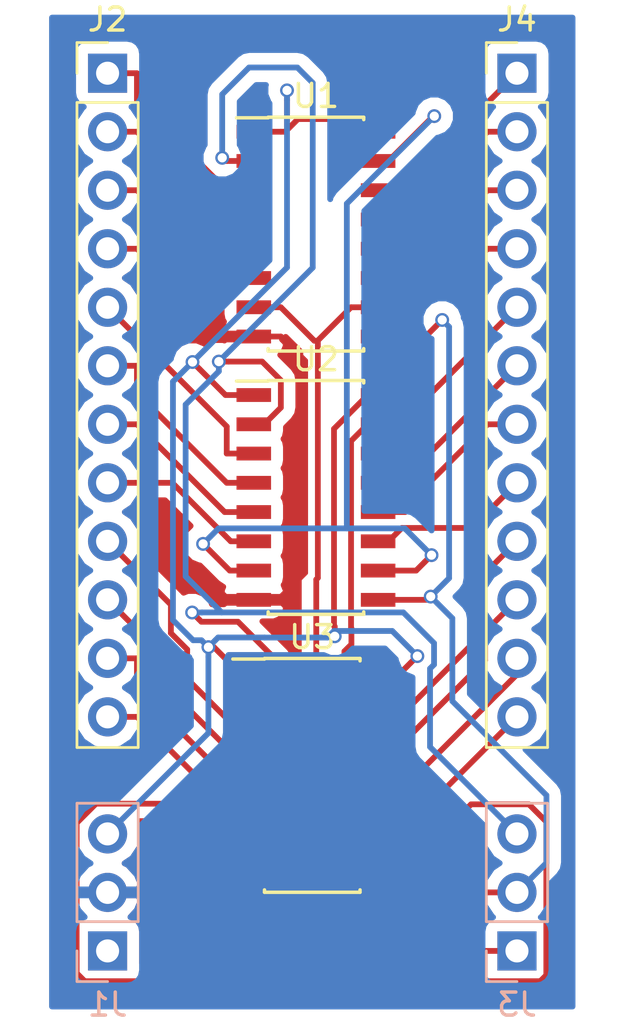
<source format=kicad_pcb>
(kicad_pcb (version 4) (host pcbnew 4.0.7)

  (general
    (links 45)
    (no_connects 0)
    (area 137.392381 85.495 164.86762 130.505)
    (thickness 1.6)
    (drawings 0)
    (tracks 270)
    (zones 0)
    (modules 7)
    (nets 34)
  )

  (page A4)
  (layers
    (0 F.Cu signal)
    (31 B.Cu signal)
    (32 B.Adhes user)
    (33 F.Adhes user)
    (34 B.Paste user)
    (35 F.Paste user)
    (36 B.SilkS user)
    (37 F.SilkS user)
    (38 B.Mask user)
    (39 F.Mask user)
    (40 Dwgs.User user)
    (41 Cmts.User user)
    (42 Eco1.User user)
    (43 Eco2.User user)
    (44 Edge.Cuts user)
    (45 Margin user)
    (46 B.CrtYd user)
    (47 F.CrtYd user)
    (48 B.Fab user)
    (49 F.Fab user)
  )

  (setup
    (last_trace_width 0.25)
    (trace_clearance 0.3)
    (zone_clearance 0.508)
    (zone_45_only no)
    (trace_min 0.2)
    (segment_width 0.2)
    (edge_width 0.1)
    (via_size 0.6)
    (via_drill 0.4)
    (via_min_size 0.4)
    (via_min_drill 0.3)
    (uvia_size 0.3)
    (uvia_drill 0.1)
    (uvias_allowed no)
    (uvia_min_size 0.2)
    (uvia_min_drill 0.1)
    (pcb_text_width 0.3)
    (pcb_text_size 1.5 1.5)
    (mod_edge_width 0.15)
    (mod_text_size 1 1)
    (mod_text_width 0.15)
    (pad_size 1.5 1.5)
    (pad_drill 0.6)
    (pad_to_mask_clearance 0)
    (aux_axis_origin 0 0)
    (visible_elements FFFFFF7F)
    (pcbplotparams
      (layerselection 0x00000_80000001)
      (usegerberextensions false)
      (excludeedgelayer true)
      (linewidth 0.100000)
      (plotframeref false)
      (viasonmask false)
      (mode 1)
      (useauxorigin false)
      (hpglpennumber 1)
      (hpglpenspeed 20)
      (hpglpendiameter 15)
      (hpglpenoverlay 2)
      (psnegative false)
      (psa4output false)
      (plotreference true)
      (plotvalue true)
      (plotinvisibletext false)
      (padsonsilk false)
      (subtractmaskfromsilk false)
      (outputformat 4)
      (mirror true)
      (drillshape 1)
      (scaleselection 1)
      (outputdirectory ""))
  )

  (net 0 "")
  (net 1 "Net-(J1-Pad1)")
  (net 2 GND)
  (net 3 VCC)
  (net 4 "Net-(J2-Pad1)")
  (net 5 "Net-(J2-Pad2)")
  (net 6 "Net-(J2-Pad3)")
  (net 7 "Net-(J2-Pad4)")
  (net 8 "Net-(J2-Pad5)")
  (net 9 "Net-(J2-Pad6)")
  (net 10 "Net-(J2-Pad7)")
  (net 11 "Net-(J2-Pad8)")
  (net 12 "Net-(J2-Pad9)")
  (net 13 "Net-(J2-Pad10)")
  (net 14 "Net-(J2-Pad11)")
  (net 15 "Net-(J2-Pad12)")
  (net 16 /Count)
  (net 17 /PE)
  (net 18 /Clock)
  (net 19 "Net-(J4-Pad1)")
  (net 20 "Net-(J4-Pad2)")
  (net 21 "Net-(J4-Pad3)")
  (net 22 "Net-(J4-Pad4)")
  (net 23 "Net-(J4-Pad5)")
  (net 24 "Net-(J4-Pad6)")
  (net 25 "Net-(J4-Pad7)")
  (net 26 "Net-(J4-Pad8)")
  (net 27 "Net-(J4-Pad9)")
  (net 28 "Net-(J4-Pad10)")
  (net 29 "Net-(J4-Pad11)")
  (net 30 "Net-(J4-Pad12)")
  (net 31 /C0)
  (net 32 /C1)
  (net 33 "Net-(U3-Pad15)")

  (net_class Default "This is the default net class."
    (clearance 0.3)
    (trace_width 0.25)
    (via_dia 0.6)
    (via_drill 0.4)
    (uvia_dia 0.3)
    (uvia_drill 0.1)
    (add_net /C0)
    (add_net /C1)
    (add_net /Clock)
    (add_net /Count)
    (add_net /PE)
    (add_net GND)
    (add_net "Net-(J1-Pad1)")
    (add_net "Net-(J2-Pad1)")
    (add_net "Net-(J2-Pad10)")
    (add_net "Net-(J2-Pad11)")
    (add_net "Net-(J2-Pad12)")
    (add_net "Net-(J2-Pad2)")
    (add_net "Net-(J2-Pad3)")
    (add_net "Net-(J2-Pad4)")
    (add_net "Net-(J2-Pad5)")
    (add_net "Net-(J2-Pad6)")
    (add_net "Net-(J2-Pad7)")
    (add_net "Net-(J2-Pad8)")
    (add_net "Net-(J2-Pad9)")
    (add_net "Net-(J4-Pad1)")
    (add_net "Net-(J4-Pad10)")
    (add_net "Net-(J4-Pad11)")
    (add_net "Net-(J4-Pad12)")
    (add_net "Net-(J4-Pad2)")
    (add_net "Net-(J4-Pad3)")
    (add_net "Net-(J4-Pad4)")
    (add_net "Net-(J4-Pad5)")
    (add_net "Net-(J4-Pad6)")
    (add_net "Net-(J4-Pad7)")
    (add_net "Net-(J4-Pad8)")
    (add_net "Net-(J4-Pad9)")
    (add_net "Net-(U3-Pad15)")
    (add_net VCC)
  )

  (module Pin_Headers:Pin_Header_Straight_1x03_Pitch2.54mm (layer B.Cu) (tedit 59650532) (tstamp 5AA1B714)
    (at 142.24 127)
    (descr "Through hole straight pin header, 1x03, 2.54mm pitch, single row")
    (tags "Through hole pin header THT 1x03 2.54mm single row")
    (path /5AA191ED)
    (fp_text reference J1 (at 0 2.33) (layer B.SilkS)
      (effects (font (size 1 1) (thickness 0.15)) (justify mirror))
    )
    (fp_text value Conn_01x03 (at 0 -7.41) (layer B.Fab)
      (effects (font (size 1 1) (thickness 0.15)) (justify mirror))
    )
    (fp_line (start -0.635 1.27) (end 1.27 1.27) (layer B.Fab) (width 0.1))
    (fp_line (start 1.27 1.27) (end 1.27 -6.35) (layer B.Fab) (width 0.1))
    (fp_line (start 1.27 -6.35) (end -1.27 -6.35) (layer B.Fab) (width 0.1))
    (fp_line (start -1.27 -6.35) (end -1.27 0.635) (layer B.Fab) (width 0.1))
    (fp_line (start -1.27 0.635) (end -0.635 1.27) (layer B.Fab) (width 0.1))
    (fp_line (start -1.33 -6.41) (end 1.33 -6.41) (layer B.SilkS) (width 0.12))
    (fp_line (start -1.33 -1.27) (end -1.33 -6.41) (layer B.SilkS) (width 0.12))
    (fp_line (start 1.33 -1.27) (end 1.33 -6.41) (layer B.SilkS) (width 0.12))
    (fp_line (start -1.33 -1.27) (end 1.33 -1.27) (layer B.SilkS) (width 0.12))
    (fp_line (start -1.33 0) (end -1.33 1.33) (layer B.SilkS) (width 0.12))
    (fp_line (start -1.33 1.33) (end 0 1.33) (layer B.SilkS) (width 0.12))
    (fp_line (start -1.8 1.8) (end -1.8 -6.85) (layer B.CrtYd) (width 0.05))
    (fp_line (start -1.8 -6.85) (end 1.8 -6.85) (layer B.CrtYd) (width 0.05))
    (fp_line (start 1.8 -6.85) (end 1.8 1.8) (layer B.CrtYd) (width 0.05))
    (fp_line (start 1.8 1.8) (end -1.8 1.8) (layer B.CrtYd) (width 0.05))
    (fp_text user %R (at 0 -2.54 270) (layer B.Fab)
      (effects (font (size 1 1) (thickness 0.15)) (justify mirror))
    )
    (pad 1 thru_hole rect (at 0 0) (size 1.7 1.7) (drill 1) (layers *.Cu *.Mask)
      (net 1 "Net-(J1-Pad1)"))
    (pad 2 thru_hole oval (at 0 -2.54) (size 1.7 1.7) (drill 1) (layers *.Cu *.Mask)
      (net 2 GND))
    (pad 3 thru_hole oval (at 0 -5.08) (size 1.7 1.7) (drill 1) (layers *.Cu *.Mask)
      (net 3 VCC))
    (model ${KISYS3DMOD}/Pin_Headers.3dshapes/Pin_Header_Straight_1x03_Pitch2.54mm.wrl
      (at (xyz 0 0 0))
      (scale (xyz 1 1 1))
      (rotate (xyz 0 0 0))
    )
  )

  (module Pin_Headers:Pin_Header_Straight_1x12_Pitch2.54mm (layer F.Cu) (tedit 59650532) (tstamp 5AA1B734)
    (at 142.24 88.9)
    (descr "Through hole straight pin header, 1x12, 2.54mm pitch, single row")
    (tags "Through hole pin header THT 1x12 2.54mm single row")
    (path /5AA16970)
    (fp_text reference J2 (at 0 -2.33) (layer F.SilkS)
      (effects (font (size 1 1) (thickness 0.15)))
    )
    (fp_text value Conn_01x12 (at 0 30.27) (layer F.Fab)
      (effects (font (size 1 1) (thickness 0.15)))
    )
    (fp_line (start -0.635 -1.27) (end 1.27 -1.27) (layer F.Fab) (width 0.1))
    (fp_line (start 1.27 -1.27) (end 1.27 29.21) (layer F.Fab) (width 0.1))
    (fp_line (start 1.27 29.21) (end -1.27 29.21) (layer F.Fab) (width 0.1))
    (fp_line (start -1.27 29.21) (end -1.27 -0.635) (layer F.Fab) (width 0.1))
    (fp_line (start -1.27 -0.635) (end -0.635 -1.27) (layer F.Fab) (width 0.1))
    (fp_line (start -1.33 29.27) (end 1.33 29.27) (layer F.SilkS) (width 0.12))
    (fp_line (start -1.33 1.27) (end -1.33 29.27) (layer F.SilkS) (width 0.12))
    (fp_line (start 1.33 1.27) (end 1.33 29.27) (layer F.SilkS) (width 0.12))
    (fp_line (start -1.33 1.27) (end 1.33 1.27) (layer F.SilkS) (width 0.12))
    (fp_line (start -1.33 0) (end -1.33 -1.33) (layer F.SilkS) (width 0.12))
    (fp_line (start -1.33 -1.33) (end 0 -1.33) (layer F.SilkS) (width 0.12))
    (fp_line (start -1.8 -1.8) (end -1.8 29.75) (layer F.CrtYd) (width 0.05))
    (fp_line (start -1.8 29.75) (end 1.8 29.75) (layer F.CrtYd) (width 0.05))
    (fp_line (start 1.8 29.75) (end 1.8 -1.8) (layer F.CrtYd) (width 0.05))
    (fp_line (start 1.8 -1.8) (end -1.8 -1.8) (layer F.CrtYd) (width 0.05))
    (fp_text user %R (at 0 13.97 90) (layer F.Fab)
      (effects (font (size 1 1) (thickness 0.15)))
    )
    (pad 1 thru_hole rect (at 0 0) (size 1.7 1.7) (drill 1) (layers *.Cu *.Mask)
      (net 4 "Net-(J2-Pad1)"))
    (pad 2 thru_hole oval (at 0 2.54) (size 1.7 1.7) (drill 1) (layers *.Cu *.Mask)
      (net 5 "Net-(J2-Pad2)"))
    (pad 3 thru_hole oval (at 0 5.08) (size 1.7 1.7) (drill 1) (layers *.Cu *.Mask)
      (net 6 "Net-(J2-Pad3)"))
    (pad 4 thru_hole oval (at 0 7.62) (size 1.7 1.7) (drill 1) (layers *.Cu *.Mask)
      (net 7 "Net-(J2-Pad4)"))
    (pad 5 thru_hole oval (at 0 10.16) (size 1.7 1.7) (drill 1) (layers *.Cu *.Mask)
      (net 8 "Net-(J2-Pad5)"))
    (pad 6 thru_hole oval (at 0 12.7) (size 1.7 1.7) (drill 1) (layers *.Cu *.Mask)
      (net 9 "Net-(J2-Pad6)"))
    (pad 7 thru_hole oval (at 0 15.24) (size 1.7 1.7) (drill 1) (layers *.Cu *.Mask)
      (net 10 "Net-(J2-Pad7)"))
    (pad 8 thru_hole oval (at 0 17.78) (size 1.7 1.7) (drill 1) (layers *.Cu *.Mask)
      (net 11 "Net-(J2-Pad8)"))
    (pad 9 thru_hole oval (at 0 20.32) (size 1.7 1.7) (drill 1) (layers *.Cu *.Mask)
      (net 12 "Net-(J2-Pad9)"))
    (pad 10 thru_hole oval (at 0 22.86) (size 1.7 1.7) (drill 1) (layers *.Cu *.Mask)
      (net 13 "Net-(J2-Pad10)"))
    (pad 11 thru_hole oval (at 0 25.4) (size 1.7 1.7) (drill 1) (layers *.Cu *.Mask)
      (net 14 "Net-(J2-Pad11)"))
    (pad 12 thru_hole oval (at 0 27.94) (size 1.7 1.7) (drill 1) (layers *.Cu *.Mask)
      (net 15 "Net-(J2-Pad12)"))
    (model ${KISYS3DMOD}/Pin_Headers.3dshapes/Pin_Header_Straight_1x12_Pitch2.54mm.wrl
      (at (xyz 0 0 0))
      (scale (xyz 1 1 1))
      (rotate (xyz 0 0 0))
    )
  )

  (module Pin_Headers:Pin_Header_Straight_1x03_Pitch2.54mm (layer B.Cu) (tedit 59650532) (tstamp 5AA1B74B)
    (at 160.02 127)
    (descr "Through hole straight pin header, 1x03, 2.54mm pitch, single row")
    (tags "Through hole pin header THT 1x03 2.54mm single row")
    (path /5AA19165)
    (fp_text reference J3 (at 0 2.33) (layer B.SilkS)
      (effects (font (size 1 1) (thickness 0.15)) (justify mirror))
    )
    (fp_text value Conn_01x03 (at 0 -7.41) (layer B.Fab)
      (effects (font (size 1 1) (thickness 0.15)) (justify mirror))
    )
    (fp_line (start -0.635 1.27) (end 1.27 1.27) (layer B.Fab) (width 0.1))
    (fp_line (start 1.27 1.27) (end 1.27 -6.35) (layer B.Fab) (width 0.1))
    (fp_line (start 1.27 -6.35) (end -1.27 -6.35) (layer B.Fab) (width 0.1))
    (fp_line (start -1.27 -6.35) (end -1.27 0.635) (layer B.Fab) (width 0.1))
    (fp_line (start -1.27 0.635) (end -0.635 1.27) (layer B.Fab) (width 0.1))
    (fp_line (start -1.33 -6.41) (end 1.33 -6.41) (layer B.SilkS) (width 0.12))
    (fp_line (start -1.33 -1.27) (end -1.33 -6.41) (layer B.SilkS) (width 0.12))
    (fp_line (start 1.33 -1.27) (end 1.33 -6.41) (layer B.SilkS) (width 0.12))
    (fp_line (start -1.33 -1.27) (end 1.33 -1.27) (layer B.SilkS) (width 0.12))
    (fp_line (start -1.33 0) (end -1.33 1.33) (layer B.SilkS) (width 0.12))
    (fp_line (start -1.33 1.33) (end 0 1.33) (layer B.SilkS) (width 0.12))
    (fp_line (start -1.8 1.8) (end -1.8 -6.85) (layer B.CrtYd) (width 0.05))
    (fp_line (start -1.8 -6.85) (end 1.8 -6.85) (layer B.CrtYd) (width 0.05))
    (fp_line (start 1.8 -6.85) (end 1.8 1.8) (layer B.CrtYd) (width 0.05))
    (fp_line (start 1.8 1.8) (end -1.8 1.8) (layer B.CrtYd) (width 0.05))
    (fp_text user %R (at 0 -2.54 270) (layer B.Fab)
      (effects (font (size 1 1) (thickness 0.15)) (justify mirror))
    )
    (pad 1 thru_hole rect (at 0 0) (size 1.7 1.7) (drill 1) (layers *.Cu *.Mask)
      (net 16 /Count))
    (pad 2 thru_hole oval (at 0 -2.54) (size 1.7 1.7) (drill 1) (layers *.Cu *.Mask)
      (net 17 /PE))
    (pad 3 thru_hole oval (at 0 -5.08) (size 1.7 1.7) (drill 1) (layers *.Cu *.Mask)
      (net 18 /Clock))
    (model ${KISYS3DMOD}/Pin_Headers.3dshapes/Pin_Header_Straight_1x03_Pitch2.54mm.wrl
      (at (xyz 0 0 0))
      (scale (xyz 1 1 1))
      (rotate (xyz 0 0 0))
    )
  )

  (module Pin_Headers:Pin_Header_Straight_1x12_Pitch2.54mm (layer F.Cu) (tedit 59650532) (tstamp 5AA1B76B)
    (at 160.02 88.9)
    (descr "Through hole straight pin header, 1x12, 2.54mm pitch, single row")
    (tags "Through hole pin header THT 1x12 2.54mm single row")
    (path /5AA169ED)
    (fp_text reference J4 (at 0 -2.33) (layer F.SilkS)
      (effects (font (size 1 1) (thickness 0.15)))
    )
    (fp_text value Conn_01x12 (at 0 30.27) (layer F.Fab)
      (effects (font (size 1 1) (thickness 0.15)))
    )
    (fp_line (start -0.635 -1.27) (end 1.27 -1.27) (layer F.Fab) (width 0.1))
    (fp_line (start 1.27 -1.27) (end 1.27 29.21) (layer F.Fab) (width 0.1))
    (fp_line (start 1.27 29.21) (end -1.27 29.21) (layer F.Fab) (width 0.1))
    (fp_line (start -1.27 29.21) (end -1.27 -0.635) (layer F.Fab) (width 0.1))
    (fp_line (start -1.27 -0.635) (end -0.635 -1.27) (layer F.Fab) (width 0.1))
    (fp_line (start -1.33 29.27) (end 1.33 29.27) (layer F.SilkS) (width 0.12))
    (fp_line (start -1.33 1.27) (end -1.33 29.27) (layer F.SilkS) (width 0.12))
    (fp_line (start 1.33 1.27) (end 1.33 29.27) (layer F.SilkS) (width 0.12))
    (fp_line (start -1.33 1.27) (end 1.33 1.27) (layer F.SilkS) (width 0.12))
    (fp_line (start -1.33 0) (end -1.33 -1.33) (layer F.SilkS) (width 0.12))
    (fp_line (start -1.33 -1.33) (end 0 -1.33) (layer F.SilkS) (width 0.12))
    (fp_line (start -1.8 -1.8) (end -1.8 29.75) (layer F.CrtYd) (width 0.05))
    (fp_line (start -1.8 29.75) (end 1.8 29.75) (layer F.CrtYd) (width 0.05))
    (fp_line (start 1.8 29.75) (end 1.8 -1.8) (layer F.CrtYd) (width 0.05))
    (fp_line (start 1.8 -1.8) (end -1.8 -1.8) (layer F.CrtYd) (width 0.05))
    (fp_text user %R (at 0 13.97 90) (layer F.Fab)
      (effects (font (size 1 1) (thickness 0.15)))
    )
    (pad 1 thru_hole rect (at 0 0) (size 1.7 1.7) (drill 1) (layers *.Cu *.Mask)
      (net 19 "Net-(J4-Pad1)"))
    (pad 2 thru_hole oval (at 0 2.54) (size 1.7 1.7) (drill 1) (layers *.Cu *.Mask)
      (net 20 "Net-(J4-Pad2)"))
    (pad 3 thru_hole oval (at 0 5.08) (size 1.7 1.7) (drill 1) (layers *.Cu *.Mask)
      (net 21 "Net-(J4-Pad3)"))
    (pad 4 thru_hole oval (at 0 7.62) (size 1.7 1.7) (drill 1) (layers *.Cu *.Mask)
      (net 22 "Net-(J4-Pad4)"))
    (pad 5 thru_hole oval (at 0 10.16) (size 1.7 1.7) (drill 1) (layers *.Cu *.Mask)
      (net 23 "Net-(J4-Pad5)"))
    (pad 6 thru_hole oval (at 0 12.7) (size 1.7 1.7) (drill 1) (layers *.Cu *.Mask)
      (net 24 "Net-(J4-Pad6)"))
    (pad 7 thru_hole oval (at 0 15.24) (size 1.7 1.7) (drill 1) (layers *.Cu *.Mask)
      (net 25 "Net-(J4-Pad7)"))
    (pad 8 thru_hole oval (at 0 17.78) (size 1.7 1.7) (drill 1) (layers *.Cu *.Mask)
      (net 26 "Net-(J4-Pad8)"))
    (pad 9 thru_hole oval (at 0 20.32) (size 1.7 1.7) (drill 1) (layers *.Cu *.Mask)
      (net 27 "Net-(J4-Pad9)"))
    (pad 10 thru_hole oval (at 0 22.86) (size 1.7 1.7) (drill 1) (layers *.Cu *.Mask)
      (net 28 "Net-(J4-Pad10)"))
    (pad 11 thru_hole oval (at 0 25.4) (size 1.7 1.7) (drill 1) (layers *.Cu *.Mask)
      (net 29 "Net-(J4-Pad11)"))
    (pad 12 thru_hole oval (at 0 27.94) (size 1.7 1.7) (drill 1) (layers *.Cu *.Mask)
      (net 30 "Net-(J4-Pad12)"))
    (model ${KISYS3DMOD}/Pin_Headers.3dshapes/Pin_Header_Straight_1x12_Pitch2.54mm.wrl
      (at (xyz 0 0 0))
      (scale (xyz 1 1 1))
      (rotate (xyz 0 0 0))
    )
  )

  (module Housings_SOIC:SOIC-16_3.9x9.9mm_Pitch1.27mm (layer F.Cu) (tedit 58CC8F64) (tstamp 5AA1B790)
    (at 151.29 95.885)
    (descr "16-Lead Plastic Small Outline (SL) - Narrow, 3.90 mm Body [SOIC] (see Microchip Packaging Specification 00000049BS.pdf)")
    (tags "SOIC 1.27")
    (path /5AA16657)
    (attr smd)
    (fp_text reference U1 (at 0 -6) (layer F.SilkS)
      (effects (font (size 1 1) (thickness 0.15)))
    )
    (fp_text value 74LS161 (at 0 6) (layer F.Fab)
      (effects (font (size 1 1) (thickness 0.15)))
    )
    (fp_text user %R (at 0 0) (layer F.Fab)
      (effects (font (size 0.9 0.9) (thickness 0.135)))
    )
    (fp_line (start -0.95 -4.95) (end 1.95 -4.95) (layer F.Fab) (width 0.15))
    (fp_line (start 1.95 -4.95) (end 1.95 4.95) (layer F.Fab) (width 0.15))
    (fp_line (start 1.95 4.95) (end -1.95 4.95) (layer F.Fab) (width 0.15))
    (fp_line (start -1.95 4.95) (end -1.95 -3.95) (layer F.Fab) (width 0.15))
    (fp_line (start -1.95 -3.95) (end -0.95 -4.95) (layer F.Fab) (width 0.15))
    (fp_line (start -3.7 -5.25) (end -3.7 5.25) (layer F.CrtYd) (width 0.05))
    (fp_line (start 3.7 -5.25) (end 3.7 5.25) (layer F.CrtYd) (width 0.05))
    (fp_line (start -3.7 -5.25) (end 3.7 -5.25) (layer F.CrtYd) (width 0.05))
    (fp_line (start -3.7 5.25) (end 3.7 5.25) (layer F.CrtYd) (width 0.05))
    (fp_line (start -2.075 -5.075) (end -2.075 -5.05) (layer F.SilkS) (width 0.15))
    (fp_line (start 2.075 -5.075) (end 2.075 -4.97) (layer F.SilkS) (width 0.15))
    (fp_line (start 2.075 5.075) (end 2.075 4.97) (layer F.SilkS) (width 0.15))
    (fp_line (start -2.075 5.075) (end -2.075 4.97) (layer F.SilkS) (width 0.15))
    (fp_line (start -2.075 -5.075) (end 2.075 -5.075) (layer F.SilkS) (width 0.15))
    (fp_line (start -2.075 5.075) (end 2.075 5.075) (layer F.SilkS) (width 0.15))
    (fp_line (start -2.075 -5.05) (end -3.45 -5.05) (layer F.SilkS) (width 0.15))
    (pad 1 smd rect (at -2.7 -4.445) (size 1.5 0.6) (layers F.Cu F.Paste F.Mask)
      (net 3 VCC))
    (pad 2 smd rect (at -2.7 -3.175) (size 1.5 0.6) (layers F.Cu F.Paste F.Mask)
      (net 18 /Clock))
    (pad 3 smd rect (at -2.7 -1.905) (size 1.5 0.6) (layers F.Cu F.Paste F.Mask)
      (net 4 "Net-(J2-Pad1)"))
    (pad 4 smd rect (at -2.7 -0.635) (size 1.5 0.6) (layers F.Cu F.Paste F.Mask)
      (net 5 "Net-(J2-Pad2)"))
    (pad 5 smd rect (at -2.7 0.635) (size 1.5 0.6) (layers F.Cu F.Paste F.Mask)
      (net 6 "Net-(J2-Pad3)"))
    (pad 6 smd rect (at -2.7 1.905) (size 1.5 0.6) (layers F.Cu F.Paste F.Mask)
      (net 7 "Net-(J2-Pad4)"))
    (pad 7 smd rect (at -2.7 3.175) (size 1.5 0.6) (layers F.Cu F.Paste F.Mask)
      (net 16 /Count))
    (pad 8 smd rect (at -2.7 4.445) (size 1.5 0.6) (layers F.Cu F.Paste F.Mask)
      (net 2 GND))
    (pad 9 smd rect (at 2.7 4.445) (size 1.5 0.6) (layers F.Cu F.Paste F.Mask)
      (net 17 /PE))
    (pad 10 smd rect (at 2.7 3.175) (size 1.5 0.6) (layers F.Cu F.Paste F.Mask)
      (net 16 /Count))
    (pad 11 smd rect (at 2.7 1.905) (size 1.5 0.6) (layers F.Cu F.Paste F.Mask)
      (net 22 "Net-(J4-Pad4)"))
    (pad 12 smd rect (at 2.7 0.635) (size 1.5 0.6) (layers F.Cu F.Paste F.Mask)
      (net 21 "Net-(J4-Pad3)"))
    (pad 13 smd rect (at 2.7 -0.635) (size 1.5 0.6) (layers F.Cu F.Paste F.Mask)
      (net 20 "Net-(J4-Pad2)"))
    (pad 14 smd rect (at 2.7 -1.905) (size 1.5 0.6) (layers F.Cu F.Paste F.Mask)
      (net 19 "Net-(J4-Pad1)"))
    (pad 15 smd rect (at 2.7 -3.175) (size 1.5 0.6) (layers F.Cu F.Paste F.Mask)
      (net 31 /C0))
    (pad 16 smd rect (at 2.7 -4.445) (size 1.5 0.6) (layers F.Cu F.Paste F.Mask)
      (net 3 VCC))
    (model ${KISYS3DMOD}/Housings_SOIC.3dshapes/SOIC-16_3.9x9.9mm_Pitch1.27mm.wrl
      (at (xyz 0 0 0))
      (scale (xyz 1 1 1))
      (rotate (xyz 0 0 0))
    )
  )

  (module Housings_SOIC:SOIC-16_3.9x9.9mm_Pitch1.27mm (layer F.Cu) (tedit 58CC8F64) (tstamp 5AA1B7B5)
    (at 151.29 107.315)
    (descr "16-Lead Plastic Small Outline (SL) - Narrow, 3.90 mm Body [SOIC] (see Microchip Packaging Specification 00000049BS.pdf)")
    (tags "SOIC 1.27")
    (path /5AA166E3)
    (attr smd)
    (fp_text reference U2 (at 0 -6) (layer F.SilkS)
      (effects (font (size 1 1) (thickness 0.15)))
    )
    (fp_text value 74LS161 (at 0 6) (layer F.Fab)
      (effects (font (size 1 1) (thickness 0.15)))
    )
    (fp_text user %R (at 0 0) (layer F.Fab)
      (effects (font (size 0.9 0.9) (thickness 0.135)))
    )
    (fp_line (start -0.95 -4.95) (end 1.95 -4.95) (layer F.Fab) (width 0.15))
    (fp_line (start 1.95 -4.95) (end 1.95 4.95) (layer F.Fab) (width 0.15))
    (fp_line (start 1.95 4.95) (end -1.95 4.95) (layer F.Fab) (width 0.15))
    (fp_line (start -1.95 4.95) (end -1.95 -3.95) (layer F.Fab) (width 0.15))
    (fp_line (start -1.95 -3.95) (end -0.95 -4.95) (layer F.Fab) (width 0.15))
    (fp_line (start -3.7 -5.25) (end -3.7 5.25) (layer F.CrtYd) (width 0.05))
    (fp_line (start 3.7 -5.25) (end 3.7 5.25) (layer F.CrtYd) (width 0.05))
    (fp_line (start -3.7 -5.25) (end 3.7 -5.25) (layer F.CrtYd) (width 0.05))
    (fp_line (start -3.7 5.25) (end 3.7 5.25) (layer F.CrtYd) (width 0.05))
    (fp_line (start -2.075 -5.075) (end -2.075 -5.05) (layer F.SilkS) (width 0.15))
    (fp_line (start 2.075 -5.075) (end 2.075 -4.97) (layer F.SilkS) (width 0.15))
    (fp_line (start 2.075 5.075) (end 2.075 4.97) (layer F.SilkS) (width 0.15))
    (fp_line (start -2.075 5.075) (end -2.075 4.97) (layer F.SilkS) (width 0.15))
    (fp_line (start -2.075 -5.075) (end 2.075 -5.075) (layer F.SilkS) (width 0.15))
    (fp_line (start -2.075 5.075) (end 2.075 5.075) (layer F.SilkS) (width 0.15))
    (fp_line (start -2.075 -5.05) (end -3.45 -5.05) (layer F.SilkS) (width 0.15))
    (pad 1 smd rect (at -2.7 -4.445) (size 1.5 0.6) (layers F.Cu F.Paste F.Mask)
      (net 3 VCC))
    (pad 2 smd rect (at -2.7 -3.175) (size 1.5 0.6) (layers F.Cu F.Paste F.Mask)
      (net 18 /Clock))
    (pad 3 smd rect (at -2.7 -1.905) (size 1.5 0.6) (layers F.Cu F.Paste F.Mask)
      (net 8 "Net-(J2-Pad5)"))
    (pad 4 smd rect (at -2.7 -0.635) (size 1.5 0.6) (layers F.Cu F.Paste F.Mask)
      (net 9 "Net-(J2-Pad6)"))
    (pad 5 smd rect (at -2.7 0.635) (size 1.5 0.6) (layers F.Cu F.Paste F.Mask)
      (net 10 "Net-(J2-Pad7)"))
    (pad 6 smd rect (at -2.7 1.905) (size 1.5 0.6) (layers F.Cu F.Paste F.Mask)
      (net 11 "Net-(J2-Pad8)"))
    (pad 7 smd rect (at -2.7 3.175) (size 1.5 0.6) (layers F.Cu F.Paste F.Mask)
      (net 31 /C0))
    (pad 8 smd rect (at -2.7 4.445) (size 1.5 0.6) (layers F.Cu F.Paste F.Mask)
      (net 2 GND))
    (pad 9 smd rect (at 2.7 4.445) (size 1.5 0.6) (layers F.Cu F.Paste F.Mask)
      (net 17 /PE))
    (pad 10 smd rect (at 2.7 3.175) (size 1.5 0.6) (layers F.Cu F.Paste F.Mask)
      (net 31 /C0))
    (pad 11 smd rect (at 2.7 1.905) (size 1.5 0.6) (layers F.Cu F.Paste F.Mask)
      (net 26 "Net-(J4-Pad8)"))
    (pad 12 smd rect (at 2.7 0.635) (size 1.5 0.6) (layers F.Cu F.Paste F.Mask)
      (net 25 "Net-(J4-Pad7)"))
    (pad 13 smd rect (at 2.7 -0.635) (size 1.5 0.6) (layers F.Cu F.Paste F.Mask)
      (net 24 "Net-(J4-Pad6)"))
    (pad 14 smd rect (at 2.7 -1.905) (size 1.5 0.6) (layers F.Cu F.Paste F.Mask)
      (net 23 "Net-(J4-Pad5)"))
    (pad 15 smd rect (at 2.7 -3.175) (size 1.5 0.6) (layers F.Cu F.Paste F.Mask)
      (net 32 /C1))
    (pad 16 smd rect (at 2.7 -4.445) (size 1.5 0.6) (layers F.Cu F.Paste F.Mask)
      (net 3 VCC))
    (model ${KISYS3DMOD}/Housings_SOIC.3dshapes/SOIC-16_3.9x9.9mm_Pitch1.27mm.wrl
      (at (xyz 0 0 0))
      (scale (xyz 1 1 1))
      (rotate (xyz 0 0 0))
    )
  )

  (module Housings_SOIC:SOIC-16_3.9x9.9mm_Pitch1.27mm (layer F.Cu) (tedit 58CC8F64) (tstamp 5AA1B7DA)
    (at 151.13 119.38)
    (descr "16-Lead Plastic Small Outline (SL) - Narrow, 3.90 mm Body [SOIC] (see Microchip Packaging Specification 00000049BS.pdf)")
    (tags "SOIC 1.27")
    (path /5AA1679F)
    (attr smd)
    (fp_text reference U3 (at 0 -6) (layer F.SilkS)
      (effects (font (size 1 1) (thickness 0.15)))
    )
    (fp_text value 74LS161 (at 0 6) (layer F.Fab)
      (effects (font (size 1 1) (thickness 0.15)))
    )
    (fp_text user %R (at 0 0) (layer F.Fab)
      (effects (font (size 0.9 0.9) (thickness 0.135)))
    )
    (fp_line (start -0.95 -4.95) (end 1.95 -4.95) (layer F.Fab) (width 0.15))
    (fp_line (start 1.95 -4.95) (end 1.95 4.95) (layer F.Fab) (width 0.15))
    (fp_line (start 1.95 4.95) (end -1.95 4.95) (layer F.Fab) (width 0.15))
    (fp_line (start -1.95 4.95) (end -1.95 -3.95) (layer F.Fab) (width 0.15))
    (fp_line (start -1.95 -3.95) (end -0.95 -4.95) (layer F.Fab) (width 0.15))
    (fp_line (start -3.7 -5.25) (end -3.7 5.25) (layer F.CrtYd) (width 0.05))
    (fp_line (start 3.7 -5.25) (end 3.7 5.25) (layer F.CrtYd) (width 0.05))
    (fp_line (start -3.7 -5.25) (end 3.7 -5.25) (layer F.CrtYd) (width 0.05))
    (fp_line (start -3.7 5.25) (end 3.7 5.25) (layer F.CrtYd) (width 0.05))
    (fp_line (start -2.075 -5.075) (end -2.075 -5.05) (layer F.SilkS) (width 0.15))
    (fp_line (start 2.075 -5.075) (end 2.075 -4.97) (layer F.SilkS) (width 0.15))
    (fp_line (start 2.075 5.075) (end 2.075 4.97) (layer F.SilkS) (width 0.15))
    (fp_line (start -2.075 5.075) (end -2.075 4.97) (layer F.SilkS) (width 0.15))
    (fp_line (start -2.075 -5.075) (end 2.075 -5.075) (layer F.SilkS) (width 0.15))
    (fp_line (start -2.075 5.075) (end 2.075 5.075) (layer F.SilkS) (width 0.15))
    (fp_line (start -2.075 -5.05) (end -3.45 -5.05) (layer F.SilkS) (width 0.15))
    (pad 1 smd rect (at -2.7 -4.445) (size 1.5 0.6) (layers F.Cu F.Paste F.Mask)
      (net 3 VCC))
    (pad 2 smd rect (at -2.7 -3.175) (size 1.5 0.6) (layers F.Cu F.Paste F.Mask)
      (net 18 /Clock))
    (pad 3 smd rect (at -2.7 -1.905) (size 1.5 0.6) (layers F.Cu F.Paste F.Mask)
      (net 12 "Net-(J2-Pad9)"))
    (pad 4 smd rect (at -2.7 -0.635) (size 1.5 0.6) (layers F.Cu F.Paste F.Mask)
      (net 13 "Net-(J2-Pad10)"))
    (pad 5 smd rect (at -2.7 0.635) (size 1.5 0.6) (layers F.Cu F.Paste F.Mask)
      (net 14 "Net-(J2-Pad11)"))
    (pad 6 smd rect (at -2.7 1.905) (size 1.5 0.6) (layers F.Cu F.Paste F.Mask)
      (net 15 "Net-(J2-Pad12)"))
    (pad 7 smd rect (at -2.7 3.175) (size 1.5 0.6) (layers F.Cu F.Paste F.Mask)
      (net 32 /C1))
    (pad 8 smd rect (at -2.7 4.445) (size 1.5 0.6) (layers F.Cu F.Paste F.Mask)
      (net 2 GND))
    (pad 9 smd rect (at 2.7 4.445) (size 1.5 0.6) (layers F.Cu F.Paste F.Mask)
      (net 17 /PE))
    (pad 10 smd rect (at 2.7 3.175) (size 1.5 0.6) (layers F.Cu F.Paste F.Mask)
      (net 32 /C1))
    (pad 11 smd rect (at 2.7 1.905) (size 1.5 0.6) (layers F.Cu F.Paste F.Mask)
      (net 30 "Net-(J4-Pad12)"))
    (pad 12 smd rect (at 2.7 0.635) (size 1.5 0.6) (layers F.Cu F.Paste F.Mask)
      (net 29 "Net-(J4-Pad11)"))
    (pad 13 smd rect (at 2.7 -0.635) (size 1.5 0.6) (layers F.Cu F.Paste F.Mask)
      (net 28 "Net-(J4-Pad10)"))
    (pad 14 smd rect (at 2.7 -1.905) (size 1.5 0.6) (layers F.Cu F.Paste F.Mask)
      (net 27 "Net-(J4-Pad9)"))
    (pad 15 smd rect (at 2.7 -3.175) (size 1.5 0.6) (layers F.Cu F.Paste F.Mask)
      (net 33 "Net-(U3-Pad15)"))
    (pad 16 smd rect (at 2.7 -4.445) (size 1.5 0.6) (layers F.Cu F.Paste F.Mask)
      (net 3 VCC))
    (model ${KISYS3DMOD}/Housings_SOIC.3dshapes/SOIC-16_3.9x9.9mm_Pitch1.27mm.wrl
      (at (xyz 0 0 0))
      (scale (xyz 1 1 1))
      (rotate (xyz 0 0 0))
    )
  )

  (segment (start 146.812 127.508) (end 146.812 127.254) (width 0.25) (layer F.Cu) (net 0))
  (segment (start 146.812 129.032) (end 146.812 127.254) (width 0.25) (layer B.Cu) (net 0))
  (segment (start 146.812 129.032) (end 146.812 127.254) (width 0.25) (layer B.Cu) (net 0) (tstamp 5AA1CCF9))
  (segment (start 146.812 127.254) (end 146.812 129.032) (width 0.25) (layer B.Cu) (net 0) (tstamp 5AA1CD01))
  (segment (start 149.7653 111.76) (end 149.7653 111.6365) (width 0.25) (layer F.Cu) (net 2))
  (segment (start 149.7653 111.6365) (end 150.822 110.5798) (width 0.25) (layer F.Cu) (net 2))
  (segment (start 150.822 110.5798) (end 150.822 101.3867) (width 0.25) (layer F.Cu) (net 2))
  (segment (start 150.822 101.3867) (end 149.7653 100.33) (width 0.25) (layer F.Cu) (net 2))
  (segment (start 148.59 100.33) (end 149.7653 100.33) (width 0.25) (layer F.Cu) (net 2))
  (segment (start 142.24 124.46) (end 143.5153 124.46) (width 0.25) (layer F.Cu) (net 2))
  (segment (start 144.1503 123.825) (end 148.43 123.825) (width 0.25) (layer F.Cu) (net 2))
  (segment (start 143.5153 124.46) (end 144.1503 123.825) (width 0.25) (layer F.Cu) (net 2))
  (segment (start 148.43 123.825) (end 149.6053 123.825) (width 0.25) (layer F.Cu) (net 2))
  (segment (start 148.59 111.76) (end 149.7653 111.76) (width 0.25) (layer F.Cu) (net 2))
  (segment (start 150.3697 112.3644) (end 149.7653 111.76) (width 0.25) (layer F.Cu) (net 2))
  (segment (start 150.3697 123.0606) (end 150.3697 112.3644) (width 0.25) (layer F.Cu) (net 2))
  (segment (start 149.6053 123.825) (end 150.3697 123.0606) (width 0.25) (layer F.Cu) (net 2))
  (segment (start 150.032951 90.06872) (end 150.032951 89.644456) (width 0.25) (layer F.Cu) (net 3))
  (segment (start 150.032951 90.06872) (end 150.032951 89.644456) (width 0.25) (layer B.Cu) (net 3))
  (segment (start 150.032951 97.332468) (end 150.032951 90.06872) (width 0.25) (layer B.Cu) (net 3))
  (segment (start 150.032951 91.364849) (end 150.032951 90.06872) (width 0.25) (layer F.Cu) (net 3))
  (segment (start 149.9578 91.44) (end 150.032951 91.364849) (width 0.25) (layer F.Cu) (net 3))
  (via (at 150.032951 89.644456) (size 0.6) (drill 0.4) (layers F.Cu B.Cu) (net 3))
  (segment (start 145.928652 101.436767) (end 150.032951 97.332468) (width 0.25) (layer B.Cu) (net 3))
  (segment (start 145.928652 101.436767) (end 145.079234 102.286185) (width 0.25) (layer B.Cu) (net 3))
  (segment (start 145.079234 112.639443) (end 145.953902 113.514111) (width 0.25) (layer B.Cu) (net 3))
  (segment (start 145.079234 102.286185) (end 145.079234 112.639443) (width 0.25) (layer B.Cu) (net 3))
  (segment (start 145.953902 113.514111) (end 146.319528 113.514111) (width 0.25) (layer B.Cu) (net 3))
  (segment (start 146.319528 113.514111) (end 146.619527 113.81411) (width 0.25) (layer B.Cu) (net 3))
  (segment (start 148.43 114.935) (end 147.98 114.935) (width 0.25) (layer F.Cu) (net 3))
  (via (at 146.619527 113.81411) (size 0.6) (drill 0.4) (layers F.Cu B.Cu) (net 3))
  (segment (start 147.039637 113.394) (end 146.919526 113.514111) (width 0.25) (layer B.Cu) (net 3))
  (segment (start 149.0624 113.394) (end 147.039637 113.394) (width 0.25) (layer B.Cu) (net 3))
  (segment (start 146.619527 117.540473) (end 146.619527 114.238374) (width 0.25) (layer B.Cu) (net 3))
  (segment (start 146.919526 113.514111) (end 146.619527 113.81411) (width 0.25) (layer B.Cu) (net 3))
  (segment (start 146.619527 114.238374) (end 146.619527 113.81411) (width 0.25) (layer B.Cu) (net 3))
  (segment (start 147.98 114.935) (end 146.85911 113.81411) (width 0.25) (layer F.Cu) (net 3))
  (segment (start 146.85911 113.81411) (end 146.619527 113.81411) (width 0.25) (layer F.Cu) (net 3))
  (segment (start 142.24 121.92) (end 146.619527 117.540473) (width 0.25) (layer B.Cu) (net 3))
  (segment (start 152.0739 112.886785) (end 152.105662 112.918547) (width 0.25) (layer F.Cu) (net 3))
  (segment (start 152.105662 112.918547) (end 152.105662 113.342811) (width 0.25) (layer F.Cu) (net 3))
  (segment (start 152.0739 104.3361) (end 152.0739 112.886785) (width 0.25) (layer F.Cu) (net 3))
  (segment (start 152.0739 113.1122) (end 152.0739 113.311049) (width 0.25) (layer B.Cu) (net 3))
  (segment (start 152.0739 113.311049) (end 152.105662 113.342811) (width 0.25) (layer B.Cu) (net 3))
  (segment (start 153.99 102.87) (end 153.54 102.87) (width 0.25) (layer F.Cu) (net 3))
  (segment (start 153.54 102.87) (end 152.0739 104.3361) (width 0.25) (layer F.Cu) (net 3))
  (via (at 152.105662 113.342811) (size 0.6) (drill 0.4) (layers F.Cu B.Cu) (net 3))
  (segment (start 155.39448 114.502092) (end 155.694479 114.202093) (width 0.25) (layer F.Cu) (net 3))
  (segment (start 154.961572 114.935) (end 155.39448 114.502092) (width 0.25) (layer F.Cu) (net 3))
  (segment (start 153.83 114.935) (end 154.961572 114.935) (width 0.25) (layer F.Cu) (net 3))
  (segment (start 152.0739 113.1122) (end 154.604586 113.1122) (width 0.25) (layer B.Cu) (net 3))
  (segment (start 155.39448 113.902094) (end 155.694479 114.202093) (width 0.25) (layer B.Cu) (net 3))
  (segment (start 154.604586 113.1122) (end 155.39448 113.902094) (width 0.25) (layer B.Cu) (net 3))
  (via (at 155.694479 114.202093) (size 0.6) (drill 0.4) (layers F.Cu B.Cu) (net 3))
  (segment (start 146.228651 101.736766) (end 145.928652 101.436767) (width 0.25) (layer F.Cu) (net 3))
  (segment (start 147.361885 102.87) (end 146.228651 101.736766) (width 0.25) (layer F.Cu) (net 3))
  (segment (start 148.59 102.87) (end 147.361885 102.87) (width 0.25) (layer F.Cu) (net 3))
  (via (at 145.928652 101.436767) (size 0.6) (drill 0.4) (layers F.Cu B.Cu) (net 3))
  (segment (start 153.99 91.44) (end 153.54 91.44) (width 0.25) (layer F.Cu) (net 3))
  (segment (start 150.5078 90.89) (end 149.9578 91.44) (width 0.25) (layer F.Cu) (net 3))
  (segment (start 152.99 90.89) (end 150.5078 90.89) (width 0.25) (layer F.Cu) (net 3))
  (segment (start 153.54 91.44) (end 152.99 90.89) (width 0.25) (layer F.Cu) (net 3))
  (segment (start 148.59 91.44) (end 149.7653 91.44) (width 0.25) (layer F.Cu) (net 3))
  (segment (start 149.9578 91.44) (end 149.7653 91.44) (width 0.25) (layer F.Cu) (net 3))
  (segment (start 151.7889 113.3972) (end 152.0739 113.1122) (width 0.25) (layer B.Cu) (net 3))
  (segment (start 149.0655 113.3972) (end 151.7889 113.3972) (width 0.25) (layer B.Cu) (net 3))
  (segment (start 149.0624 113.394) (end 149.0655 113.3972) (width 0.25) (layer B.Cu) (net 3))
  (segment (start 142.24 88.9) (end 143.5153 88.9) (width 0.25) (layer F.Cu) (net 4))
  (segment (start 148.59 93.98) (end 147.4147 93.98) (width 0.25) (layer F.Cu) (net 4))
  (segment (start 143.5153 90.0806) (end 147.4147 93.98) (width 0.25) (layer F.Cu) (net 4))
  (segment (start 143.5153 88.9) (end 143.5153 90.0806) (width 0.25) (layer F.Cu) (net 4))
  (segment (start 147.3253 95.25) (end 143.5153 91.44) (width 0.25) (layer F.Cu) (net 5))
  (segment (start 148.59 95.25) (end 147.3253 95.25) (width 0.25) (layer F.Cu) (net 5))
  (segment (start 142.24 91.44) (end 143.5153 91.44) (width 0.25) (layer F.Cu) (net 5))
  (segment (start 146.0553 96.52) (end 143.5153 93.98) (width 0.25) (layer F.Cu) (net 6))
  (segment (start 148.59 96.52) (end 146.0553 96.52) (width 0.25) (layer F.Cu) (net 6))
  (segment (start 142.24 93.98) (end 143.5153 93.98) (width 0.25) (layer F.Cu) (net 6))
  (segment (start 144.7853 97.79) (end 143.5153 96.52) (width 0.25) (layer F.Cu) (net 7))
  (segment (start 148.59 97.79) (end 144.7853 97.79) (width 0.25) (layer F.Cu) (net 7))
  (segment (start 142.24 96.52) (end 143.5153 96.52) (width 0.25) (layer F.Cu) (net 7))
  (segment (start 147.4147 104.2347) (end 142.24 99.06) (width 0.25) (layer F.Cu) (net 8))
  (segment (start 147.4147 105.41) (end 147.4147 104.2347) (width 0.25) (layer F.Cu) (net 8))
  (segment (start 148.59 105.41) (end 147.4147 105.41) (width 0.25) (layer F.Cu) (net 8))
  (segment (start 143.5153 102.7806) (end 143.5153 101.6) (width 0.25) (layer F.Cu) (net 9))
  (segment (start 147.4147 106.68) (end 143.5153 102.7806) (width 0.25) (layer F.Cu) (net 9))
  (segment (start 142.24 101.6) (end 143.5153 101.6) (width 0.25) (layer F.Cu) (net 9))
  (segment (start 148.59 106.68) (end 147.4147 106.68) (width 0.25) (layer F.Cu) (net 9))
  (segment (start 147.3253 107.95) (end 143.5153 104.14) (width 0.25) (layer F.Cu) (net 10))
  (segment (start 148.59 107.95) (end 147.3253 107.95) (width 0.25) (layer F.Cu) (net 10))
  (segment (start 142.24 104.14) (end 143.5153 104.14) (width 0.25) (layer F.Cu) (net 10))
  (segment (start 143.442081 106.68) (end 142.24 106.68) (width 0.25) (layer F.Cu) (net 11))
  (segment (start 148.59 109.22) (end 147.59 109.22) (width 0.25) (layer F.Cu) (net 11))
  (segment (start 147.59 109.22) (end 145.05 106.68) (width 0.25) (layer F.Cu) (net 11))
  (segment (start 145.05 106.68) (end 143.442081 106.68) (width 0.25) (layer F.Cu) (net 11))
  (segment (start 148.43 117.475) (end 147.98 117.475) (width 0.25) (layer F.Cu) (net 12))
  (segment (start 147.98 117.475) (end 145.697181 115.192181) (width 0.25) (layer F.Cu) (net 12))
  (segment (start 145.697181 115.192181) (end 145.697181 113.91521) (width 0.25) (layer F.Cu) (net 12))
  (segment (start 145.697181 113.91521) (end 144.989648 113.207677) (width 0.25) (layer F.Cu) (net 12))
  (segment (start 144.989648 113.207677) (end 144.989648 111.969648) (width 0.25) (layer F.Cu) (net 12))
  (segment (start 144.989648 111.969648) (end 143.089999 110.069999) (width 0.25) (layer F.Cu) (net 12))
  (segment (start 143.089999 110.069999) (end 142.24 109.22) (width 0.25) (layer F.Cu) (net 12))
  (segment (start 147.9938 118.745) (end 148.43 118.745) (width 0.25) (layer F.Cu) (net 13))
  (segment (start 145.1099 115.8611) (end 147.9938 118.745) (width 0.25) (layer F.Cu) (net 13))
  (segment (start 145.1099 114.6299) (end 145.1099 115.8611) (width 0.25) (layer F.Cu) (net 13))
  (segment (start 142.24 111.76) (end 145.1099 114.6299) (width 0.25) (layer F.Cu) (net 13))
  (segment (start 142.24 114.3) (end 143.5153 114.3) (width 0.25) (layer F.Cu) (net 14))
  (segment (start 147.955 120.015) (end 143.5153 115.5753) (width 0.25) (layer F.Cu) (net 14))
  (segment (start 148.43 120.015) (end 147.955 120.015) (width 0.25) (layer F.Cu) (net 14))
  (segment (start 143.5153 115.5753) (end 143.5153 114.3) (width 0.25) (layer F.Cu) (net 14))
  (segment (start 147.2547 120.5794) (end 143.5153 116.84) (width 0.25) (layer F.Cu) (net 15))
  (segment (start 148.43 121.285) (end 147.2547 121.285) (width 0.25) (layer F.Cu) (net 15))
  (segment (start 147.2547 121.285) (end 147.2547 120.5794) (width 0.25) (layer F.Cu) (net 15))
  (segment (start 142.24 116.84) (end 143.5153 116.84) (width 0.25) (layer F.Cu) (net 15))
  (segment (start 151.3723 100.5246) (end 151.3612 100.5135) (width 0.25) (layer F.Cu) (net 16))
  (segment (start 151.3723 110.8078) (end 151.3723 100.5246) (width 0.25) (layer F.Cu) (net 16))
  (segment (start 151.3034 110.8767) (end 151.3723 110.8078) (width 0.25) (layer F.Cu) (net 16))
  (segment (start 160.02 127) (end 155.3535 127) (width 0.25) (layer F.Cu) (net 16))
  (segment (start 155.3535 127) (end 151.3034 122.9499) (width 0.25) (layer F.Cu) (net 16))
  (segment (start 151.3034 122.9499) (end 151.3034 110.8767) (width 0.25) (layer F.Cu) (net 16))
  (segment (start 148.59 99.06) (end 149.7653 99.06) (width 0.25) (layer F.Cu) (net 16))
  (segment (start 153.99 99.06) (end 152.8147 99.06) (width 0.25) (layer F.Cu) (net 16))
  (segment (start 152.8147 99.06) (end 151.3612 100.5135) (width 0.25) (layer F.Cu) (net 16))
  (segment (start 151.2188 100.5135) (end 151.3612 100.5135) (width 0.25) (layer F.Cu) (net 16))
  (segment (start 149.7653 99.06) (end 151.2188 100.5135) (width 0.25) (layer F.Cu) (net 16))
  (segment (start 156.053256 100.33) (end 156.472597 99.910659) (width 0.25) (layer F.Cu) (net 17))
  (segment (start 153.99 100.33) (end 156.053256 100.33) (width 0.25) (layer F.Cu) (net 17))
  (segment (start 157.072595 99.910659) (end 156.772596 99.61066) (width 0.25) (layer B.Cu) (net 17))
  (segment (start 156.273222 111.619306) (end 157.072595 110.819933) (width 0.25) (layer B.Cu) (net 17))
  (segment (start 156.472597 99.910659) (end 156.772596 99.61066) (width 0.25) (layer F.Cu) (net 17))
  (segment (start 157.072595 110.819933) (end 157.072595 99.910659) (width 0.25) (layer B.Cu) (net 17))
  (via (at 156.772596 99.61066) (size 0.6) (drill 0.4) (layers F.Cu B.Cu) (net 17))
  (segment (start 153.99 111.76) (end 156.132528 111.76) (width 0.25) (layer F.Cu) (net 17))
  (segment (start 156.573221 111.919305) (end 156.273222 111.619306) (width 0.25) (layer B.Cu) (net 17))
  (segment (start 157.215204 116.158204) (end 157.215204 112.561288) (width 0.25) (layer B.Cu) (net 17))
  (segment (start 161.3016 120.2446) (end 157.215204 116.158204) (width 0.25) (layer B.Cu) (net 17))
  (segment (start 160.02 124.46) (end 161.3016 123.1784) (width 0.25) (layer B.Cu) (net 17))
  (segment (start 161.3016 123.1784) (end 161.3016 120.2446) (width 0.25) (layer B.Cu) (net 17))
  (segment (start 157.215204 112.561288) (end 156.573221 111.919305) (width 0.25) (layer B.Cu) (net 17))
  (segment (start 156.132528 111.76) (end 156.273222 111.619306) (width 0.25) (layer F.Cu) (net 17))
  (via (at 156.273222 111.619306) (size 0.6) (drill 0.4) (layers F.Cu B.Cu) (net 17))
  (segment (start 160.02 124.46) (end 158.7447 124.46) (width 0.25) (layer F.Cu) (net 17))
  (segment (start 155.6403 124.46) (end 158.7447 124.46) (width 0.25) (layer F.Cu) (net 17))
  (segment (start 155.0053 123.825) (end 155.6403 124.46) (width 0.25) (layer F.Cu) (net 17))
  (segment (start 153.83 123.825) (end 155.0053 123.825) (width 0.25) (layer F.Cu) (net 17))
  (segment (start 147.2186 92.5723) (end 147.2186 89.817303) (width 0.25) (layer B.Cu) (net 18))
  (segment (start 147.2186 89.817303) (end 148.384273 88.65163) (width 0.25) (layer B.Cu) (net 18))
  (segment (start 148.384273 88.65163) (end 150.48319 88.65163) (width 0.25) (layer B.Cu) (net 18))
  (segment (start 150.48319 88.65163) (end 151.149034 89.317474) (width 0.25) (layer B.Cu) (net 18))
  (segment (start 151.149034 89.317474) (end 151.149034 97.340228) (width 0.25) (layer B.Cu) (net 18))
  (segment (start 151.149034 97.340228) (end 147.371873 101.117389) (width 0.25) (layer B.Cu) (net 18))
  (segment (start 147.371873 101.117389) (end 147.071874 101.417388) (width 0.25) (layer B.Cu) (net 18))
  (segment (start 147.193975 112.307) (end 146.339146 112.307) (width 0.25) (layer B.Cu) (net 18))
  (segment (start 146.339146 112.307) (end 146.336183 112.309963) (width 0.25) (layer B.Cu) (net 18))
  (segment (start 147.193975 112.307) (end 155.085531 112.307) (width 0.25) (layer B.Cu) (net 18))
  (segment (start 146.211918 112.609962) (end 145.911919 112.309963) (width 0.25) (layer F.Cu) (net 18))
  (segment (start 146.312486 112.71053) (end 146.211918 112.609962) (width 0.25) (layer F.Cu) (net 18))
  (segment (start 147.903483 112.71053) (end 146.312486 112.71053) (width 0.25) (layer F.Cu) (net 18))
  (segment (start 146.336183 112.309963) (end 145.911919 112.309963) (width 0.25) (layer B.Cu) (net 18))
  (segment (start 149.6053 114.412347) (end 147.903483 112.71053) (width 0.25) (layer F.Cu) (net 18))
  (segment (start 149.6053 115.4797) (end 149.6053 114.412347) (width 0.25) (layer F.Cu) (net 18))
  (segment (start 148.88 116.205) (end 149.6053 115.4797) (width 0.25) (layer F.Cu) (net 18))
  (segment (start 148.43 116.205) (end 148.88 116.205) (width 0.25) (layer F.Cu) (net 18))
  (via (at 145.911919 112.309963) (size 0.6) (drill 0.4) (layers F.Cu B.Cu) (net 18))
  (segment (start 159.170001 121.070001) (end 160.02 121.92) (width 0.25) (layer B.Cu) (net 18))
  (segment (start 156.419481 114.569474) (end 156.24509 114.743865) (width 0.25) (layer B.Cu) (net 18))
  (segment (start 156.419481 113.64095) (end 156.419481 114.569474) (width 0.25) (layer B.Cu) (net 18))
  (segment (start 155.085531 112.307) (end 156.419481 113.64095) (width 0.25) (layer B.Cu) (net 18))
  (segment (start 156.24509 118.14509) (end 159.170001 121.070001) (width 0.25) (layer B.Cu) (net 18))
  (segment (start 156.24509 114.743865) (end 156.24509 118.14509) (width 0.25) (layer B.Cu) (net 18))
  (segment (start 147.071874 101.841652) (end 147.071874 101.417388) (width 0.25) (layer B.Cu) (net 18))
  (segment (start 145.629245 103.284281) (end 147.071874 101.841652) (width 0.25) (layer B.Cu) (net 18))
  (segment (start 147.193975 112.307) (end 145.629245 110.74227) (width 0.25) (layer B.Cu) (net 18))
  (segment (start 145.629245 110.74227) (end 145.629245 103.284281) (width 0.25) (layer B.Cu) (net 18))
  (segment (start 147.496138 101.417388) (end 147.071874 101.417388) (width 0.25) (layer F.Cu) (net 18))
  (segment (start 149.765001 102.229999) (end 148.95239 101.417388) (width 0.25) (layer F.Cu) (net 18))
  (segment (start 149.765001 103.414999) (end 149.765001 102.229999) (width 0.25) (layer F.Cu) (net 18))
  (segment (start 148.95239 101.417388) (end 147.496138 101.417388) (width 0.25) (layer F.Cu) (net 18))
  (segment (start 149.04 104.14) (end 149.765001 103.414999) (width 0.25) (layer F.Cu) (net 18))
  (segment (start 148.59 104.14) (end 149.04 104.14) (width 0.25) (layer F.Cu) (net 18))
  (via (at 147.071874 101.417388) (size 0.6) (drill 0.4) (layers F.Cu B.Cu) (net 18))
  (via (at 147.2186 92.5723) (size 0.6) (layers F.Cu B.Cu) (net 18))
  (segment (start 148.59 92.71) (end 147.4147 92.71) (width 0.25) (layer F.Cu) (net 18))
  (segment (start 147.277 92.5723) (end 147.2186 92.5723) (width 0.25) (layer F.Cu) (net 18))
  (segment (start 147.4147 92.71) (end 147.277 92.5723) (width 0.25) (layer F.Cu) (net 18))
  (segment (start 155.1653 93.7547) (end 160.02 88.9) (width 0.25) (layer F.Cu) (net 19))
  (segment (start 155.1653 93.98) (end 155.1653 93.7547) (width 0.25) (layer F.Cu) (net 19))
  (segment (start 153.99 93.98) (end 155.1653 93.98) (width 0.25) (layer F.Cu) (net 19))
  (segment (start 155.1653 95.0194) (end 158.7447 91.44) (width 0.25) (layer F.Cu) (net 20))
  (segment (start 155.1653 95.25) (end 155.1653 95.0194) (width 0.25) (layer F.Cu) (net 20))
  (segment (start 160.02 91.44) (end 158.7447 91.44) (width 0.25) (layer F.Cu) (net 20))
  (segment (start 153.99 95.25) (end 155.1653 95.25) (width 0.25) (layer F.Cu) (net 20))
  (segment (start 156.2047 96.52) (end 158.7447 93.98) (width 0.25) (layer F.Cu) (net 21))
  (segment (start 153.99 96.52) (end 156.2047 96.52) (width 0.25) (layer F.Cu) (net 21))
  (segment (start 160.02 93.98) (end 158.7447 93.98) (width 0.25) (layer F.Cu) (net 21))
  (segment (start 157.4747 97.79) (end 158.7447 96.52) (width 0.25) (layer F.Cu) (net 22))
  (segment (start 153.99 97.79) (end 157.4747 97.79) (width 0.25) (layer F.Cu) (net 22))
  (segment (start 160.02 96.52) (end 158.7447 96.52) (width 0.25) (layer F.Cu) (net 22))
  (segment (start 155.1653 103.9147) (end 160.02 99.06) (width 0.25) (layer F.Cu) (net 23))
  (segment (start 155.1653 105.41) (end 155.1653 103.9147) (width 0.25) (layer F.Cu) (net 23))
  (segment (start 153.99 105.41) (end 155.1653 105.41) (width 0.25) (layer F.Cu) (net 23))
  (segment (start 155.1653 106.4547) (end 160.02 101.6) (width 0.25) (layer F.Cu) (net 24))
  (segment (start 155.1653 106.68) (end 155.1653 106.4547) (width 0.25) (layer F.Cu) (net 24))
  (segment (start 153.99 106.68) (end 155.1653 106.68) (width 0.25) (layer F.Cu) (net 24))
  (segment (start 155.1653 107.7194) (end 158.7447 104.14) (width 0.25) (layer F.Cu) (net 25))
  (segment (start 155.1653 107.95) (end 155.1653 107.7194) (width 0.25) (layer F.Cu) (net 25))
  (segment (start 160.02 104.14) (end 158.7447 104.14) (width 0.25) (layer F.Cu) (net 25))
  (segment (start 153.99 107.95) (end 155.1653 107.95) (width 0.25) (layer F.Cu) (net 25))
  (segment (start 154.44 109.22) (end 155.020091 108.639909) (width 0.25) (layer F.Cu) (net 26))
  (segment (start 158.060091 108.639909) (end 159.170001 107.529999) (width 0.25) (layer F.Cu) (net 26))
  (segment (start 153.99 109.22) (end 154.44 109.22) (width 0.25) (layer F.Cu) (net 26))
  (segment (start 159.170001 107.529999) (end 160.02 106.68) (width 0.25) (layer F.Cu) (net 26))
  (segment (start 155.020091 108.639909) (end 158.060091 108.639909) (width 0.25) (layer F.Cu) (net 26))
  (segment (start 153.83 117.475) (end 154.28 117.475) (width 0.25) (layer F.Cu) (net 27))
  (segment (start 154.28 117.475) (end 158.085871 113.669129) (width 0.25) (layer F.Cu) (net 27))
  (segment (start 158.085871 113.669129) (end 158.085871 111.154129) (width 0.25) (layer F.Cu) (net 27))
  (segment (start 158.085871 111.154129) (end 159.170001 110.069999) (width 0.25) (layer F.Cu) (net 27))
  (segment (start 159.170001 110.069999) (end 160.02 109.22) (width 0.25) (layer F.Cu) (net 27))
  (segment (start 159.170001 112.609999) (end 160.02 111.76) (width 0.25) (layer F.Cu) (net 28))
  (segment (start 154.28 118.745) (end 158.635882 114.389118) (width 0.25) (layer F.Cu) (net 28))
  (segment (start 153.83 118.745) (end 154.28 118.745) (width 0.25) (layer F.Cu) (net 28))
  (segment (start 158.635882 113.144118) (end 159.170001 112.609999) (width 0.25) (layer F.Cu) (net 28))
  (segment (start 158.635882 114.389118) (end 158.635882 113.144118) (width 0.25) (layer F.Cu) (net 28))
  (segment (start 160.02 115.0003) (end 160.02 114.3) (width 0.25) (layer F.Cu) (net 29))
  (segment (start 155.0053 120.015) (end 160.02 115.0003) (width 0.25) (layer F.Cu) (net 29))
  (segment (start 153.83 120.015) (end 155.0053 120.015) (width 0.25) (layer F.Cu) (net 29))
  (segment (start 155.575 121.285) (end 160.02 116.84) (width 0.25) (layer F.Cu) (net 30))
  (segment (start 153.83 121.285) (end 155.575 121.285) (width 0.25) (layer F.Cu) (net 30))
  (segment (start 156.129014 91.062645) (end 156.429013 90.762646) (width 0.25) (layer B.Cu) (net 31))
  (segment (start 152.6307 94.560959) (end 156.129014 91.062645) (width 0.25) (layer B.Cu) (net 31))
  (segment (start 152.6307 108.6584) (end 152.6307 94.560959) (width 0.25) (layer B.Cu) (net 31))
  (segment (start 156.387354 90.762646) (end 156.429013 90.762646) (width 0.25) (layer F.Cu) (net 31))
  (segment (start 154.44 92.71) (end 156.387354 90.762646) (width 0.25) (layer F.Cu) (net 31))
  (segment (start 153.99 92.71) (end 154.44 92.71) (width 0.25) (layer F.Cu) (net 31))
  (via (at 156.429013 90.762646) (size 0.6) (drill 0.4) (layers F.Cu B.Cu) (net 31))
  (segment (start 146.687995 109.031163) (end 146.387996 109.331162) (width 0.25) (layer B.Cu) (net 31))
  (segment (start 147.060758 108.6584) (end 146.687995 109.031163) (width 0.25) (layer B.Cu) (net 31))
  (segment (start 152.6307 108.6584) (end 147.060758 108.6584) (width 0.25) (layer B.Cu) (net 31))
  (segment (start 156.010319 110.120527) (end 156.310318 109.820528) (width 0.25) (layer F.Cu) (net 31))
  (segment (start 153.99 110.49) (end 155.640846 110.49) (width 0.25) (layer F.Cu) (net 31))
  (via (at 156.310318 109.820528) (size 0.6) (drill 0.4) (layers F.Cu B.Cu) (net 31))
  (segment (start 155.640846 110.49) (end 156.010319 110.120527) (width 0.25) (layer F.Cu) (net 31))
  (segment (start 155.14819 108.6584) (end 156.010319 109.520529) (width 0.25) (layer B.Cu) (net 31))
  (segment (start 156.010319 109.520529) (end 156.310318 109.820528) (width 0.25) (layer B.Cu) (net 31))
  (segment (start 152.6307 108.6584) (end 155.14819 108.6584) (width 0.25) (layer B.Cu) (net 31))
  (segment (start 146.687995 109.631161) (end 146.387996 109.331162) (width 0.25) (layer F.Cu) (net 31))
  (segment (start 147.546834 110.49) (end 146.687995 109.631161) (width 0.25) (layer F.Cu) (net 31))
  (segment (start 148.59 110.49) (end 147.546834 110.49) (width 0.25) (layer F.Cu) (net 31))
  (via (at 146.387996 109.331162) (size 0.6) (drill 0.4) (layers F.Cu B.Cu) (net 31))
  (segment (start 153.54 104.14) (end 153.99 104.14) (width 0.25) (layer F.Cu) (net 32))
  (segment (start 152.8147 104.8653) (end 153.54 104.14) (width 0.25) (layer F.Cu) (net 32))
  (segment (start 152.830663 113.690812) (end 152.830663 112.99481) (width 0.25) (layer F.Cu) (net 32))
  (segment (start 152.830663 112.99481) (end 152.8147 112.978847) (width 0.25) (layer F.Cu) (net 32))
  (segment (start 152.8147 112.978847) (end 152.8147 104.8653) (width 0.25) (layer F.Cu) (net 32))
  (segment (start 152.5268 121.7018) (end 152.5268 113.994675) (width 0.25) (layer F.Cu) (net 32))
  (segment (start 152.5268 113.994675) (end 152.830663 113.690812) (width 0.25) (layer F.Cu) (net 32))
  (segment (start 153.38 122.555) (end 152.5268 121.7018) (width 0.25) (layer F.Cu) (net 32))
  (segment (start 153.83 122.555) (end 153.38 122.555) (width 0.25) (layer F.Cu) (net 32))
  (segment (start 156.1087 122.555) (end 153.83 122.555) (width 0.25) (layer F.Cu) (net 32))
  (segment (start 158.0265 120.6372) (end 156.1087 122.555) (width 0.25) (layer F.Cu) (net 32))
  (segment (start 160.541 120.6372) (end 158.0265 120.6372) (width 0.25) (layer F.Cu) (net 32))
  (segment (start 161.2954 121.3916) (end 160.541 120.6372) (width 0.25) (layer F.Cu) (net 32))
  (segment (start 161.2954 128.0513) (end 161.2954 121.3916) (width 0.25) (layer F.Cu) (net 32))
  (segment (start 161.032 128.3147) (end 161.2954 128.0513) (width 0.25) (layer F.Cu) (net 32))
  (segment (start 141.2472 128.3147) (end 161.032 128.3147) (width 0.25) (layer F.Cu) (net 32))
  (segment (start 140.8956 127.9631) (end 141.2472 128.3147) (width 0.25) (layer F.Cu) (net 32))
  (segment (start 140.8956 121.4497) (end 140.8956 127.9631) (width 0.25) (layer F.Cu) (net 32))
  (segment (start 141.7364 120.6089) (end 140.8956 121.4497) (width 0.25) (layer F.Cu) (net 32))
  (segment (start 144.6264 120.6089) (end 141.7364 120.6089) (width 0.25) (layer F.Cu) (net 32))
  (segment (start 146.5725 122.555) (end 144.6264 120.6089) (width 0.25) (layer F.Cu) (net 32))
  (segment (start 148.43 122.555) (end 146.5725 122.555) (width 0.25) (layer F.Cu) (net 32))

  (zone (net 2) (net_name GND) (layer B.Cu) (tstamp 0) (hatch edge 0.508)
    (connect_pads (clearance 0.508))
    (min_thickness 0.254)
    (fill yes (arc_segments 16) (thermal_gap 0.508) (thermal_bridge_width 0.508))
    (polygon
      (pts
        (xy 139.7 86.36) (xy 162.56 86.36) (xy 162.56 129.54) (xy 139.7 129.54)
      )
    )
    (filled_polygon
      (pts
        (xy 162.433 129.413) (xy 139.827 129.413) (xy 139.827 126.15) (xy 140.74256 126.15) (xy 140.74256 127.85)
        (xy 140.786838 128.085317) (xy 140.92591 128.301441) (xy 141.13811 128.446431) (xy 141.39 128.49744) (xy 143.09 128.49744)
        (xy 143.325317 128.453162) (xy 143.541441 128.31409) (xy 143.686431 128.10189) (xy 143.73744 127.85) (xy 143.73744 126.15)
        (xy 143.693162 125.914683) (xy 143.55409 125.698559) (xy 143.34189 125.553569) (xy 143.233893 125.531699) (xy 143.511645 125.226924)
        (xy 143.681476 124.81689) (xy 143.560155 124.587) (xy 142.367 124.587) (xy 142.367 124.607) (xy 142.113 124.607)
        (xy 142.113 124.587) (xy 140.919845 124.587) (xy 140.798524 124.81689) (xy 140.968355 125.226924) (xy 141.244501 125.529937)
        (xy 141.154683 125.546838) (xy 140.938559 125.68591) (xy 140.793569 125.89811) (xy 140.74256 126.15) (xy 139.827 126.15)
        (xy 139.827 121.92) (xy 140.725907 121.92) (xy 140.838946 122.488285) (xy 141.160853 122.970054) (xy 141.501553 123.197702)
        (xy 141.358642 123.264817) (xy 140.968355 123.693076) (xy 140.798524 124.10311) (xy 140.919845 124.333) (xy 142.113 124.333)
        (xy 142.113 124.313) (xy 142.367 124.313) (xy 142.367 124.333) (xy 143.560155 124.333) (xy 143.681476 124.10311)
        (xy 143.511645 123.693076) (xy 143.121358 123.264817) (xy 142.978447 123.197702) (xy 143.319147 122.970054) (xy 143.641054 122.488285)
        (xy 143.754093 121.92) (xy 143.68121 121.553592) (xy 147.156928 118.077874) (xy 147.321675 117.831313) (xy 147.331273 117.783059)
        (xy 147.379527 117.540473) (xy 147.379527 114.376573) (xy 147.411719 114.344437) (xy 147.490796 114.154) (xy 149.039032 114.154)
        (xy 149.053438 114.157104) (xy 149.059477 114.156002) (xy 149.0655 114.1572) (xy 151.628791 114.1572) (xy 151.918863 114.277649)
        (xy 152.290829 114.277973) (xy 152.634605 114.135928) (xy 152.897854 113.873138) (xy 152.898243 113.8722) (xy 154.289784 113.8722)
        (xy 154.759357 114.341773) (xy 154.759317 114.38726) (xy 154.901362 114.731036) (xy 155.164152 114.994285) (xy 155.48509 115.127551)
        (xy 155.48509 118.14509) (xy 155.542942 118.435929) (xy 155.707689 118.682491) (xy 158.57879 121.553592) (xy 158.505907 121.92)
        (xy 158.618946 122.488285) (xy 158.940853 122.970054) (xy 159.270026 123.19) (xy 158.940853 123.409946) (xy 158.618946 123.891715)
        (xy 158.505907 124.46) (xy 158.618946 125.028285) (xy 158.940853 125.510054) (xy 158.982452 125.53785) (xy 158.934683 125.546838)
        (xy 158.718559 125.68591) (xy 158.573569 125.89811) (xy 158.52256 126.15) (xy 158.52256 127.85) (xy 158.566838 128.085317)
        (xy 158.70591 128.301441) (xy 158.91811 128.446431) (xy 159.17 128.49744) (xy 160.87 128.49744) (xy 161.105317 128.453162)
        (xy 161.321441 128.31409) (xy 161.466431 128.10189) (xy 161.51744 127.85) (xy 161.51744 126.15) (xy 161.473162 125.914683)
        (xy 161.33409 125.698559) (xy 161.12189 125.553569) (xy 161.054459 125.539914) (xy 161.099147 125.510054) (xy 161.421054 125.028285)
        (xy 161.534093 124.46) (xy 161.46121 124.093592) (xy 161.839001 123.715801) (xy 162.003748 123.469239) (xy 162.0616 123.1784)
        (xy 162.0616 120.2446) (xy 162.003748 119.953761) (xy 161.839001 119.707199) (xy 160.389159 118.257357) (xy 160.617378 118.211961)
        (xy 161.099147 117.890054) (xy 161.421054 117.408285) (xy 161.534093 116.84) (xy 161.421054 116.271715) (xy 161.099147 115.789946)
        (xy 160.769974 115.57) (xy 161.099147 115.350054) (xy 161.421054 114.868285) (xy 161.534093 114.3) (xy 161.421054 113.731715)
        (xy 161.099147 113.249946) (xy 160.769974 113.03) (xy 161.099147 112.810054) (xy 161.421054 112.328285) (xy 161.534093 111.76)
        (xy 161.421054 111.191715) (xy 161.099147 110.709946) (xy 160.769974 110.49) (xy 161.099147 110.270054) (xy 161.421054 109.788285)
        (xy 161.534093 109.22) (xy 161.421054 108.651715) (xy 161.099147 108.169946) (xy 160.769974 107.95) (xy 161.099147 107.730054)
        (xy 161.421054 107.248285) (xy 161.534093 106.68) (xy 161.421054 106.111715) (xy 161.099147 105.629946) (xy 160.769974 105.41)
        (xy 161.099147 105.190054) (xy 161.421054 104.708285) (xy 161.534093 104.14) (xy 161.421054 103.571715) (xy 161.099147 103.089946)
        (xy 160.769974 102.87) (xy 161.099147 102.650054) (xy 161.421054 102.168285) (xy 161.534093 101.6) (xy 161.421054 101.031715)
        (xy 161.099147 100.549946) (xy 160.769974 100.33) (xy 161.099147 100.110054) (xy 161.421054 99.628285) (xy 161.534093 99.06)
        (xy 161.421054 98.491715) (xy 161.099147 98.009946) (xy 160.769974 97.79) (xy 161.099147 97.570054) (xy 161.421054 97.088285)
        (xy 161.534093 96.52) (xy 161.421054 95.951715) (xy 161.099147 95.469946) (xy 160.769974 95.25) (xy 161.099147 95.030054)
        (xy 161.421054 94.548285) (xy 161.534093 93.98) (xy 161.421054 93.411715) (xy 161.099147 92.929946) (xy 160.769974 92.71)
        (xy 161.099147 92.490054) (xy 161.421054 92.008285) (xy 161.534093 91.44) (xy 161.421054 90.871715) (xy 161.099147 90.389946)
        (xy 161.057548 90.36215) (xy 161.105317 90.353162) (xy 161.321441 90.21409) (xy 161.466431 90.00189) (xy 161.51744 89.75)
        (xy 161.51744 88.05) (xy 161.473162 87.814683) (xy 161.33409 87.598559) (xy 161.12189 87.453569) (xy 160.87 87.40256)
        (xy 159.17 87.40256) (xy 158.934683 87.446838) (xy 158.718559 87.58591) (xy 158.573569 87.79811) (xy 158.52256 88.05)
        (xy 158.52256 89.75) (xy 158.566838 89.985317) (xy 158.70591 90.201441) (xy 158.91811 90.346431) (xy 158.985541 90.360086)
        (xy 158.940853 90.389946) (xy 158.618946 90.871715) (xy 158.505907 91.44) (xy 158.618946 92.008285) (xy 158.940853 92.490054)
        (xy 159.270026 92.71) (xy 158.940853 92.929946) (xy 158.618946 93.411715) (xy 158.505907 93.98) (xy 158.618946 94.548285)
        (xy 158.940853 95.030054) (xy 159.270026 95.25) (xy 158.940853 95.469946) (xy 158.618946 95.951715) (xy 158.505907 96.52)
        (xy 158.618946 97.088285) (xy 158.940853 97.570054) (xy 159.270026 97.79) (xy 158.940853 98.009946) (xy 158.618946 98.491715)
        (xy 158.505907 99.06) (xy 158.618946 99.628285) (xy 158.940853 100.110054) (xy 159.270026 100.33) (xy 158.940853 100.549946)
        (xy 158.618946 101.031715) (xy 158.505907 101.6) (xy 158.618946 102.168285) (xy 158.940853 102.650054) (xy 159.270026 102.87)
        (xy 158.940853 103.089946) (xy 158.618946 103.571715) (xy 158.505907 104.14) (xy 158.618946 104.708285) (xy 158.940853 105.190054)
        (xy 159.270026 105.41) (xy 158.940853 105.629946) (xy 158.618946 106.111715) (xy 158.505907 106.68) (xy 158.618946 107.248285)
        (xy 158.940853 107.730054) (xy 159.270026 107.95) (xy 158.940853 108.169946) (xy 158.618946 108.651715) (xy 158.505907 109.22)
        (xy 158.618946 109.788285) (xy 158.940853 110.270054) (xy 159.270026 110.49) (xy 158.940853 110.709946) (xy 158.618946 111.191715)
        (xy 158.505907 111.76) (xy 158.618946 112.328285) (xy 158.940853 112.810054) (xy 159.270026 113.03) (xy 158.940853 113.249946)
        (xy 158.618946 113.731715) (xy 158.505907 114.3) (xy 158.618946 114.868285) (xy 158.940853 115.350054) (xy 159.270026 115.57)
        (xy 158.940853 115.789946) (xy 158.618946 116.271715) (xy 158.583204 116.451402) (xy 157.975204 115.843402) (xy 157.975204 112.561288)
        (xy 157.917352 112.270449) (xy 157.752605 112.023887) (xy 157.348024 111.619306) (xy 157.609996 111.357334) (xy 157.774743 111.110772)
        (xy 157.832595 110.819933) (xy 157.832595 99.910659) (xy 157.774743 99.61982) (xy 157.707676 99.519447) (xy 157.707758 99.425493)
        (xy 157.565713 99.081717) (xy 157.302923 98.818468) (xy 156.959395 98.675822) (xy 156.587429 98.675498) (xy 156.243653 98.817543)
        (xy 155.980404 99.080333) (xy 155.837758 99.423861) (xy 155.837434 99.795827) (xy 155.979479 100.139603) (xy 156.242269 100.402852)
        (xy 156.312595 100.432054) (xy 156.312595 108.748003) (xy 155.685591 108.120999) (xy 155.439029 107.956252) (xy 155.14819 107.8984)
        (xy 153.3907 107.8984) (xy 153.3907 94.875761) (xy 156.568693 91.697768) (xy 156.61418 91.697808) (xy 156.957956 91.555763)
        (xy 157.221205 91.292973) (xy 157.363851 90.949445) (xy 157.364175 90.577479) (xy 157.22213 90.233703) (xy 156.95934 89.970454)
        (xy 156.615812 89.827808) (xy 156.243846 89.827484) (xy 155.90007 89.969529) (xy 155.636821 90.232319) (xy 155.494175 90.575847)
        (xy 155.494134 90.622723) (xy 152.093299 94.023558) (xy 151.928552 94.27012) (xy 151.909034 94.368243) (xy 151.909034 89.317474)
        (xy 151.851182 89.026635) (xy 151.686435 88.780073) (xy 151.020591 88.114229) (xy 150.774029 87.949482) (xy 150.48319 87.89163)
        (xy 148.384273 87.89163) (xy 148.093434 87.949482) (xy 147.846872 88.114229) (xy 146.681199 89.279902) (xy 146.516452 89.526464)
        (xy 146.4586 89.817303) (xy 146.4586 92.009837) (xy 146.426408 92.041973) (xy 146.283762 92.385501) (xy 146.283438 92.757467)
        (xy 146.425483 93.101243) (xy 146.688273 93.364492) (xy 147.031801 93.507138) (xy 147.403767 93.507462) (xy 147.747543 93.365417)
        (xy 148.010792 93.102627) (xy 148.153438 92.759099) (xy 148.153762 92.387133) (xy 148.011717 92.043357) (xy 147.9786 92.010182)
        (xy 147.9786 90.132105) (xy 148.699075 89.41163) (xy 149.117225 89.41163) (xy 149.098113 89.457657) (xy 149.097789 89.829623)
        (xy 149.239834 90.173399) (xy 149.272951 90.206574) (xy 149.272951 97.017666) (xy 145.788972 100.501645) (xy 145.743485 100.501605)
        (xy 145.399709 100.64365) (xy 145.13646 100.90644) (xy 144.993814 101.249968) (xy 144.993773 101.296844) (xy 144.541833 101.748784)
        (xy 144.377086 101.995346) (xy 144.319234 102.286185) (xy 144.319234 112.639443) (xy 144.377086 112.930282) (xy 144.541833 113.176844)
        (xy 145.416501 114.051512) (xy 145.663062 114.216259) (xy 145.783956 114.240306) (xy 145.82641 114.343053) (xy 145.859527 114.376228)
        (xy 145.859527 117.225671) (xy 142.586969 120.498229) (xy 142.269093 120.435) (xy 142.210907 120.435) (xy 141.642622 120.548039)
        (xy 141.160853 120.869946) (xy 140.838946 121.351715) (xy 140.725907 121.92) (xy 139.827 121.92) (xy 139.827 91.44)
        (xy 140.725907 91.44) (xy 140.838946 92.008285) (xy 141.160853 92.490054) (xy 141.490026 92.71) (xy 141.160853 92.929946)
        (xy 140.838946 93.411715) (xy 140.725907 93.98) (xy 140.838946 94.548285) (xy 141.160853 95.030054) (xy 141.490026 95.25)
        (xy 141.160853 95.469946) (xy 140.838946 95.951715) (xy 140.725907 96.52) (xy 140.838946 97.088285) (xy 141.160853 97.570054)
        (xy 141.490026 97.79) (xy 141.160853 98.009946) (xy 140.838946 98.491715) (xy 140.725907 99.06) (xy 140.838946 99.628285)
        (xy 141.160853 100.110054) (xy 141.490026 100.33) (xy 141.160853 100.549946) (xy 140.838946 101.031715) (xy 140.725907 101.6)
        (xy 140.838946 102.168285) (xy 141.160853 102.650054) (xy 141.490026 102.87) (xy 141.160853 103.089946) (xy 140.838946 103.571715)
        (xy 140.725907 104.14) (xy 140.838946 104.708285) (xy 141.160853 105.190054) (xy 141.490026 105.41) (xy 141.160853 105.629946)
        (xy 140.838946 106.111715) (xy 140.725907 106.68) (xy 140.838946 107.248285) (xy 141.160853 107.730054) (xy 141.490026 107.95)
        (xy 141.160853 108.169946) (xy 140.838946 108.651715) (xy 140.725907 109.22) (xy 140.838946 109.788285) (xy 141.160853 110.270054)
        (xy 141.490026 110.49) (xy 141.160853 110.709946) (xy 140.838946 111.191715) (xy 140.725907 111.76) (xy 140.838946 112.328285)
        (xy 141.160853 112.810054) (xy 141.490026 113.03) (xy 141.160853 113.249946) (xy 140.838946 113.731715) (xy 140.725907 114.3)
        (xy 140.838946 114.868285) (xy 141.160853 115.350054) (xy 141.490026 115.57) (xy 141.160853 115.789946) (xy 140.838946 116.271715)
        (xy 140.725907 116.84) (xy 140.838946 117.408285) (xy 141.160853 117.890054) (xy 141.642622 118.211961) (xy 142.210907 118.325)
        (xy 142.269093 118.325) (xy 142.837378 118.211961) (xy 143.319147 117.890054) (xy 143.641054 117.408285) (xy 143.754093 116.84)
        (xy 143.641054 116.271715) (xy 143.319147 115.789946) (xy 142.989974 115.57) (xy 143.319147 115.350054) (xy 143.641054 114.868285)
        (xy 143.754093 114.3) (xy 143.641054 113.731715) (xy 143.319147 113.249946) (xy 142.989974 113.03) (xy 143.319147 112.810054)
        (xy 143.641054 112.328285) (xy 143.754093 111.76) (xy 143.641054 111.191715) (xy 143.319147 110.709946) (xy 142.989974 110.49)
        (xy 143.319147 110.270054) (xy 143.641054 109.788285) (xy 143.754093 109.22) (xy 143.641054 108.651715) (xy 143.319147 108.169946)
        (xy 142.989974 107.95) (xy 143.319147 107.730054) (xy 143.641054 107.248285) (xy 143.754093 106.68) (xy 143.641054 106.111715)
        (xy 143.319147 105.629946) (xy 142.989974 105.41) (xy 143.319147 105.190054) (xy 143.641054 104.708285) (xy 143.754093 104.14)
        (xy 143.641054 103.571715) (xy 143.319147 103.089946) (xy 142.989974 102.87) (xy 143.319147 102.650054) (xy 143.641054 102.168285)
        (xy 143.754093 101.6) (xy 143.641054 101.031715) (xy 143.319147 100.549946) (xy 142.989974 100.33) (xy 143.319147 100.110054)
        (xy 143.641054 99.628285) (xy 143.754093 99.06) (xy 143.641054 98.491715) (xy 143.319147 98.009946) (xy 142.989974 97.79)
        (xy 143.319147 97.570054) (xy 143.641054 97.088285) (xy 143.754093 96.52) (xy 143.641054 95.951715) (xy 143.319147 95.469946)
        (xy 142.989974 95.25) (xy 143.319147 95.030054) (xy 143.641054 94.548285) (xy 143.754093 93.98) (xy 143.641054 93.411715)
        (xy 143.319147 92.929946) (xy 142.989974 92.71) (xy 143.319147 92.490054) (xy 143.641054 92.008285) (xy 143.754093 91.44)
        (xy 143.641054 90.871715) (xy 143.319147 90.389946) (xy 143.277548 90.36215) (xy 143.325317 90.353162) (xy 143.541441 90.21409)
        (xy 143.686431 90.00189) (xy 143.73744 89.75) (xy 143.73744 88.05) (xy 143.693162 87.814683) (xy 143.55409 87.598559)
        (xy 143.34189 87.453569) (xy 143.09 87.40256) (xy 141.39 87.40256) (xy 141.154683 87.446838) (xy 140.938559 87.58591)
        (xy 140.793569 87.79811) (xy 140.74256 88.05) (xy 140.74256 89.75) (xy 140.786838 89.985317) (xy 140.92591 90.201441)
        (xy 141.13811 90.346431) (xy 141.205541 90.360086) (xy 141.160853 90.389946) (xy 140.838946 90.871715) (xy 140.725907 91.44)
        (xy 139.827 91.44) (xy 139.827 86.487) (xy 162.433 86.487)
      )
    )
  )
  (zone (net 2) (net_name GND) (layer F.Cu) (tstamp 0) (hatch edge 0.508)
    (connect_pads (clearance 0.508))
    (min_thickness 0.254)
    (fill yes (arc_segments 16) (thermal_gap 0.508) (thermal_bridge_width 0.508))
    (polygon
      (pts
        (xy 162.56 129.54) (xy 139.7 129.54) (xy 139.7 86.36) (xy 162.56 86.36)
      )
    )
    (filled_polygon
      (pts
        (xy 150.6123 100.981802) (xy 150.6123 110.569326) (xy 150.601252 110.585861) (xy 150.5434 110.8767) (xy 150.5434 122.9499)
        (xy 150.601252 123.240739) (xy 150.765999 123.487301) (xy 154.816099 127.537401) (xy 154.841989 127.5547) (xy 143.73744 127.5547)
        (xy 143.73744 126.15) (xy 143.693162 125.914683) (xy 143.55409 125.698559) (xy 143.34189 125.553569) (xy 143.233893 125.531699)
        (xy 143.511645 125.226924) (xy 143.681476 124.81689) (xy 143.560155 124.587) (xy 142.367 124.587) (xy 142.367 124.607)
        (xy 142.113 124.607) (xy 142.113 124.587) (xy 142.093 124.587) (xy 142.093 124.333) (xy 142.113 124.333)
        (xy 142.113 124.313) (xy 142.367 124.313) (xy 142.367 124.333) (xy 143.560155 124.333) (xy 143.677444 124.11075)
        (xy 147.045 124.11075) (xy 147.045 124.25131) (xy 147.141673 124.484699) (xy 147.320302 124.663327) (xy 147.553691 124.76)
        (xy 148.14425 124.76) (xy 148.303 124.60125) (xy 148.303 123.952) (xy 148.557 123.952) (xy 148.557 124.60125)
        (xy 148.71575 124.76) (xy 149.306309 124.76) (xy 149.539698 124.663327) (xy 149.718327 124.484699) (xy 149.815 124.25131)
        (xy 149.815 124.11075) (xy 149.65625 123.952) (xy 148.557 123.952) (xy 148.303 123.952) (xy 147.20375 123.952)
        (xy 147.045 124.11075) (xy 143.677444 124.11075) (xy 143.681476 124.10311) (xy 143.511645 123.693076) (xy 143.121358 123.264817)
        (xy 142.978447 123.197702) (xy 143.319147 122.970054) (xy 143.641054 122.488285) (xy 143.754093 121.92) (xy 143.644472 121.3689)
        (xy 144.311598 121.3689) (xy 146.035099 123.092401) (xy 146.281661 123.257148) (xy 146.5725 123.315) (xy 147.079666 123.315)
        (xy 147.045 123.39869) (xy 147.045 123.53925) (xy 147.20375 123.698) (xy 148.303 123.698) (xy 148.303 123.678)
        (xy 148.557 123.678) (xy 148.557 123.698) (xy 149.65625 123.698) (xy 149.815 123.53925) (xy 149.815 123.39869)
        (xy 149.725194 123.181878) (xy 149.776431 123.10689) (xy 149.82744 122.855) (xy 149.82744 122.255) (xy 149.783162 122.019683)
        (xy 149.719322 121.920472) (xy 149.776431 121.83689) (xy 149.82744 121.585) (xy 149.82744 120.985) (xy 149.783162 120.749683)
        (xy 149.719322 120.650472) (xy 149.776431 120.56689) (xy 149.82744 120.315) (xy 149.82744 119.715) (xy 149.783162 119.479683)
        (xy 149.719322 119.380472) (xy 149.776431 119.29689) (xy 149.82744 119.045) (xy 149.82744 118.445) (xy 149.783162 118.209683)
        (xy 149.719322 118.110472) (xy 149.776431 118.02689) (xy 149.82744 117.775) (xy 149.82744 117.175) (xy 149.783162 116.939683)
        (xy 149.719322 116.840472) (xy 149.776431 116.75689) (xy 149.82744 116.505) (xy 149.82744 116.332362) (xy 150.142701 116.017101)
        (xy 150.307448 115.770539) (xy 150.3653 115.4797) (xy 150.3653 114.412347) (xy 150.307448 114.121508) (xy 150.142701 113.874946)
        (xy 148.962755 112.695) (xy 149.466309 112.695) (xy 149.699698 112.598327) (xy 149.878327 112.419699) (xy 149.975 112.18631)
        (xy 149.975 112.04575) (xy 149.81625 111.887) (xy 148.717 111.887) (xy 148.717 111.907) (xy 148.463 111.907)
        (xy 148.463 111.887) (xy 147.36375 111.887) (xy 147.30022 111.95053) (xy 146.775076 111.95053) (xy 146.705036 111.78102)
        (xy 146.442246 111.517771) (xy 146.098718 111.375125) (xy 145.726752 111.374801) (xy 145.540176 111.451893) (xy 145.527049 111.432247)
        (xy 143.68121 109.586408) (xy 143.754093 109.22) (xy 143.641054 108.651715) (xy 143.319147 108.169946) (xy 142.989974 107.95)
        (xy 143.319147 107.730054) (xy 143.512954 107.44) (xy 144.735198 107.44) (xy 145.846137 108.550939) (xy 145.595804 108.800835)
        (xy 145.453158 109.144363) (xy 145.452834 109.516329) (xy 145.594879 109.860105) (xy 145.857669 110.123354) (xy 146.201197 110.266)
        (xy 146.248073 110.266041) (xy 147.009433 111.027401) (xy 147.255995 111.192148) (xy 147.263048 111.193551) (xy 147.205 111.33369)
        (xy 147.205 111.47425) (xy 147.36375 111.633) (xy 148.463 111.633) (xy 148.463 111.613) (xy 148.717 111.613)
        (xy 148.717 111.633) (xy 149.81625 111.633) (xy 149.975 111.47425) (xy 149.975 111.33369) (xy 149.885194 111.116878)
        (xy 149.936431 111.04189) (xy 149.98744 110.79) (xy 149.98744 110.19) (xy 149.943162 109.954683) (xy 149.879322 109.855472)
        (xy 149.936431 109.77189) (xy 149.98744 109.52) (xy 149.98744 108.92) (xy 149.943162 108.684683) (xy 149.879322 108.585472)
        (xy 149.936431 108.50189) (xy 149.98744 108.25) (xy 149.98744 107.65) (xy 149.943162 107.414683) (xy 149.879322 107.315472)
        (xy 149.936431 107.23189) (xy 149.98744 106.98) (xy 149.98744 106.38) (xy 149.943162 106.144683) (xy 149.879322 106.045472)
        (xy 149.936431 105.96189) (xy 149.98744 105.71) (xy 149.98744 105.11) (xy 149.943162 104.874683) (xy 149.879322 104.775472)
        (xy 149.936431 104.69189) (xy 149.98744 104.44) (xy 149.98744 104.267362) (xy 150.302402 103.9524) (xy 150.467149 103.705839)
        (xy 150.525001 103.414999) (xy 150.525001 102.229999) (xy 150.467149 101.93916) (xy 150.412481 101.857344) (xy 150.302402 101.692597)
        (xy 149.738915 101.12911) (xy 149.878327 100.989699) (xy 149.975 100.75631) (xy 149.975 100.61575) (xy 149.816252 100.457002)
        (xy 149.975 100.457002) (xy 149.975 100.344502)
      )
    )
    (filled_polygon
      (pts
        (xy 144.247899 98.327401) (xy 144.49446 98.492148) (xy 144.7853 98.55) (xy 147.235086 98.55) (xy 147.19256 98.76)
        (xy 147.19256 99.36) (xy 147.236838 99.595317) (xy 147.295178 99.68598) (xy 147.205 99.90369) (xy 147.205 100.04425)
        (xy 147.36375 100.203) (xy 148.463 100.203) (xy 148.463 100.183) (xy 148.717 100.183) (xy 148.717 100.203)
        (xy 148.737 100.203) (xy 148.737 100.457) (xy 148.717 100.457) (xy 148.717 100.477) (xy 148.463 100.477)
        (xy 148.463 100.457) (xy 147.36375 100.457) (xy 147.314866 100.505884) (xy 147.258673 100.48255) (xy 146.886707 100.482226)
        (xy 146.542931 100.624271) (xy 146.49073 100.676381) (xy 146.458979 100.644575) (xy 146.115451 100.501929) (xy 145.743485 100.501605)
        (xy 145.399709 100.64365) (xy 145.148862 100.89406) (xy 143.68121 99.426408) (xy 143.754093 99.06) (xy 143.641054 98.491715)
        (xy 143.319147 98.009946) (xy 142.989974 97.79) (xy 143.319147 97.570054) (xy 143.387802 97.467304)
      )
    )
  )
)

</source>
